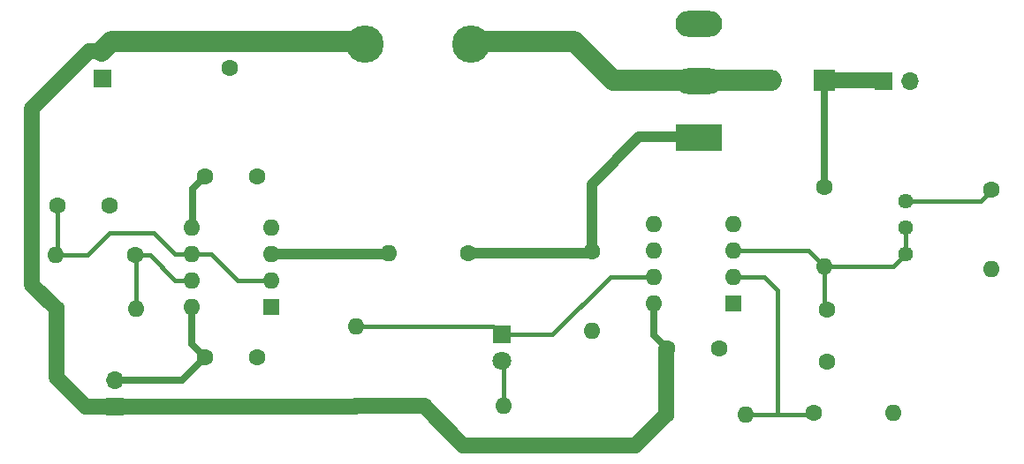
<source format=gtl>
G04 #@! TF.GenerationSoftware,KiCad,Pcbnew,(5.1.10)-1*
G04 #@! TF.CreationDate,2023-08-02T14:35:23+03:00*
G04 #@! TF.ProjectId,boost_conv,626f6f73-745f-4636-9f6e-762e6b696361,rev?*
G04 #@! TF.SameCoordinates,Original*
G04 #@! TF.FileFunction,Copper,L1,Top*
G04 #@! TF.FilePolarity,Positive*
%FSLAX46Y46*%
G04 Gerber Fmt 4.6, Leading zero omitted, Abs format (unit mm)*
G04 Created by KiCad (PCBNEW (5.1.10)-1) date 2023-08-02 14:35:23*
%MOMM*%
%LPD*%
G01*
G04 APERTURE LIST*
G04 #@! TA.AperFunction,ComponentPad*
%ADD10O,1.600000X1.600000*%
G04 #@! TD*
G04 #@! TA.AperFunction,ComponentPad*
%ADD11C,1.600000*%
G04 #@! TD*
G04 #@! TA.AperFunction,ComponentPad*
%ADD12R,1.600000X1.600000*%
G04 #@! TD*
G04 #@! TA.AperFunction,ComponentPad*
%ADD13O,2.000000X2.000000*%
G04 #@! TD*
G04 #@! TA.AperFunction,ComponentPad*
%ADD14R,2.000000X2.000000*%
G04 #@! TD*
G04 #@! TA.AperFunction,ComponentPad*
%ADD15R,1.800000X1.800000*%
G04 #@! TD*
G04 #@! TA.AperFunction,ComponentPad*
%ADD16C,1.800000*%
G04 #@! TD*
G04 #@! TA.AperFunction,ComponentPad*
%ADD17R,1.700000X1.700000*%
G04 #@! TD*
G04 #@! TA.AperFunction,ComponentPad*
%ADD18O,1.700000X1.700000*%
G04 #@! TD*
G04 #@! TA.AperFunction,ComponentPad*
%ADD19C,3.600000*%
G04 #@! TD*
G04 #@! TA.AperFunction,ComponentPad*
%ADD20R,4.500000X2.500000*%
G04 #@! TD*
G04 #@! TA.AperFunction,ComponentPad*
%ADD21O,4.500000X2.500000*%
G04 #@! TD*
G04 #@! TA.AperFunction,ComponentPad*
%ADD22C,1.440000*%
G04 #@! TD*
G04 #@! TA.AperFunction,Conductor*
%ADD23C,0.400000*%
G04 #@! TD*
G04 #@! TA.AperFunction,Conductor*
%ADD24C,0.700000*%
G04 #@! TD*
G04 #@! TA.AperFunction,Conductor*
%ADD25C,1.500000*%
G04 #@! TD*
G04 #@! TA.AperFunction,Conductor*
%ADD26C,1.000000*%
G04 #@! TD*
G04 #@! TA.AperFunction,Conductor*
%ADD27C,2.000000*%
G04 #@! TD*
G04 APERTURE END LIST*
D10*
X103784400Y-130276600D03*
D11*
X111404400Y-130276600D03*
X88569800Y-112482000D03*
D12*
X88569800Y-109982000D03*
D13*
X140436600Y-113665000D03*
D14*
X145516600Y-113665000D03*
D11*
X86207600Y-140233400D03*
X91207600Y-140233400D03*
X135458200Y-139369800D03*
X130458200Y-139369800D03*
X72038200Y-125730000D03*
X77038200Y-125730000D03*
X91236800Y-122859800D03*
X86236800Y-122859800D03*
X145796000Y-135661400D03*
X145796000Y-140661400D03*
D15*
X114630200Y-138074400D03*
D16*
X114630200Y-140614400D03*
D17*
X76352400Y-113461800D03*
D18*
X76352400Y-110921800D03*
D17*
X151257000Y-113792000D03*
D18*
X153797000Y-113792000D03*
D19*
X111683800Y-110159800D03*
X101523800Y-110159800D03*
D20*
X133553200Y-119176800D03*
D21*
X133553200Y-113726800D03*
X133553200Y-108276800D03*
D10*
X79578200Y-135585200D03*
D11*
X71958200Y-135585200D03*
X79527400Y-130429000D03*
D10*
X71907400Y-130429000D03*
D11*
X100711000Y-144907000D03*
D10*
X100711000Y-137287000D03*
X114782600Y-144907000D03*
D11*
X107162600Y-144907000D03*
X130403600Y-145719800D03*
D10*
X138023600Y-145719800D03*
D11*
X144576800Y-145567400D03*
D10*
X152196800Y-145567400D03*
D11*
X145567400Y-123952000D03*
D10*
X145567400Y-131572000D03*
D22*
X153339800Y-130352800D03*
X153339800Y-127812800D03*
X153339800Y-125272800D03*
D10*
X161594800Y-131826000D03*
D11*
X161594800Y-124206000D03*
D10*
X123266200Y-137744200D03*
D11*
X123266200Y-130124200D03*
D18*
X77546200Y-142443200D03*
D17*
X77546200Y-144983200D03*
D12*
X92557600Y-135407400D03*
D10*
X84937600Y-127787400D03*
X92557600Y-132867400D03*
X84937600Y-130327400D03*
X92557600Y-130327400D03*
X84937600Y-132867400D03*
X92557600Y-127787400D03*
X84937600Y-135407400D03*
X129209800Y-135077200D03*
X136829800Y-127457200D03*
X129209800Y-132537200D03*
X136829800Y-129997200D03*
X129209800Y-129997200D03*
X136829800Y-132537200D03*
X129209800Y-127457200D03*
D12*
X136829800Y-135077200D03*
D23*
X71907400Y-130429000D02*
X74904600Y-130429000D01*
X74904600Y-130429000D02*
X77038200Y-128295400D01*
X77038200Y-128295400D02*
X81305400Y-128295400D01*
X83337400Y-130327400D02*
X84937600Y-130327400D01*
X81305400Y-128295400D02*
X83337400Y-130327400D01*
X72038200Y-130298200D02*
X71907400Y-130429000D01*
X72038200Y-125730000D02*
X72038200Y-130298200D01*
X84937600Y-130327400D02*
X86791800Y-130327400D01*
X89331800Y-132867400D02*
X92557600Y-132867400D01*
X86791800Y-130327400D02*
X89331800Y-132867400D01*
D24*
X86236800Y-122859800D02*
X85039200Y-124057400D01*
X85039200Y-127685800D02*
X84937600Y-127787400D01*
X85039200Y-124057400D02*
X85039200Y-127685800D01*
D23*
X153339800Y-127812800D02*
X153339800Y-130352800D01*
X152120600Y-131572000D02*
X153339800Y-130352800D01*
X145567400Y-131572000D02*
X152120600Y-131572000D01*
X143992600Y-129997200D02*
X145567400Y-131572000D01*
X136829800Y-129997200D02*
X143992600Y-129997200D01*
X145567400Y-135432800D02*
X145796000Y-135661400D01*
X145567400Y-131572000D02*
X145567400Y-135432800D01*
X113842800Y-137287000D02*
X114630200Y-138074400D01*
X100711000Y-137287000D02*
X113842800Y-137287000D01*
X114630200Y-138074400D02*
X119507000Y-138074400D01*
X125044200Y-132537200D02*
X129209800Y-132537200D01*
X119507000Y-138074400D02*
X125044200Y-132537200D01*
X114782600Y-140766800D02*
X114630200Y-140614400D01*
X114782600Y-144907000D02*
X114782600Y-140766800D01*
D24*
X145516600Y-113665000D02*
X145415000Y-113665000D01*
X145567400Y-113817400D02*
X145567400Y-123952000D01*
X145415000Y-113665000D02*
X145567400Y-113817400D01*
D25*
X151130000Y-113665000D02*
X151257000Y-113792000D01*
X145516600Y-113665000D02*
X151130000Y-113665000D01*
D26*
X123342400Y-130048000D02*
X123266200Y-130124200D01*
X123113800Y-130276600D02*
X123266200Y-130124200D01*
X111404400Y-130276600D02*
X123113800Y-130276600D01*
X133502400Y-119126000D02*
X133553200Y-119176800D01*
X127762000Y-119126000D02*
X133502400Y-119126000D01*
X123266200Y-123621800D02*
X127762000Y-119126000D01*
X123266200Y-130124200D02*
X123266200Y-123621800D01*
D23*
X79527400Y-130429000D02*
X80924400Y-130429000D01*
X83362800Y-132867400D02*
X84937600Y-132867400D01*
X80924400Y-130429000D02*
X83362800Y-132867400D01*
X79578200Y-130479800D02*
X79527400Y-130429000D01*
X79578200Y-135585200D02*
X79578200Y-130479800D01*
X144424400Y-145719800D02*
X144576800Y-145567400D01*
X136829800Y-132537200D02*
X139801600Y-132537200D01*
X141097000Y-133832600D02*
X141097000Y-145719800D01*
X139801600Y-132537200D02*
X141097000Y-133832600D01*
X141097000Y-145719800D02*
X144424400Y-145719800D01*
X138023600Y-145719800D02*
X141097000Y-145719800D01*
D26*
X103733600Y-130327400D02*
X103784400Y-130276600D01*
X92557600Y-130327400D02*
X103733600Y-130327400D01*
D23*
X160528000Y-125272800D02*
X161594800Y-124206000D01*
X153339800Y-125272800D02*
X160528000Y-125272800D01*
D27*
X112141000Y-109982000D02*
X121615200Y-109982000D01*
X125309200Y-113676000D02*
X130784600Y-113676000D01*
X121615200Y-109982000D02*
X125309200Y-113676000D01*
X140425600Y-113676000D02*
X140436600Y-113665000D01*
X130784600Y-113676000D02*
X140425600Y-113676000D01*
D24*
X129209800Y-138121400D02*
X130458200Y-139369800D01*
X129209800Y-135077200D02*
X129209800Y-138121400D01*
X84937600Y-138963400D02*
X86207600Y-140233400D01*
X84937600Y-135407400D02*
X84937600Y-138963400D01*
X83997800Y-142443200D02*
X86207600Y-140233400D01*
X77546200Y-142443200D02*
X83997800Y-142443200D01*
D27*
X77216000Y-109982000D02*
X88569800Y-109982000D01*
X76327000Y-110871000D02*
X77216000Y-109982000D01*
X88569800Y-109982000D02*
X101981000Y-109982000D01*
D25*
X75124919Y-110871000D02*
X69646800Y-116349119D01*
X76327000Y-110871000D02*
X75124919Y-110871000D01*
X69646800Y-133273800D02*
X71958200Y-135585200D01*
X69646800Y-116349119D02*
X69646800Y-133273800D01*
X71958200Y-135585200D02*
X71958200Y-142163800D01*
X74777600Y-144983200D02*
X77546200Y-144983200D01*
X71958200Y-142163800D02*
X74777600Y-144983200D01*
X100634800Y-144983200D02*
X100711000Y-144907000D01*
X77546200Y-144983200D02*
X100634800Y-144983200D01*
X107162600Y-144907000D02*
X100711000Y-144907000D01*
X130403600Y-139424400D02*
X130458200Y-139369800D01*
X130403600Y-145719800D02*
X130403600Y-139424400D01*
X107162600Y-144907000D02*
X110947200Y-148691600D01*
X127431800Y-148691600D02*
X130403600Y-145719800D01*
X110947200Y-148691600D02*
X127431800Y-148691600D01*
M02*

</source>
